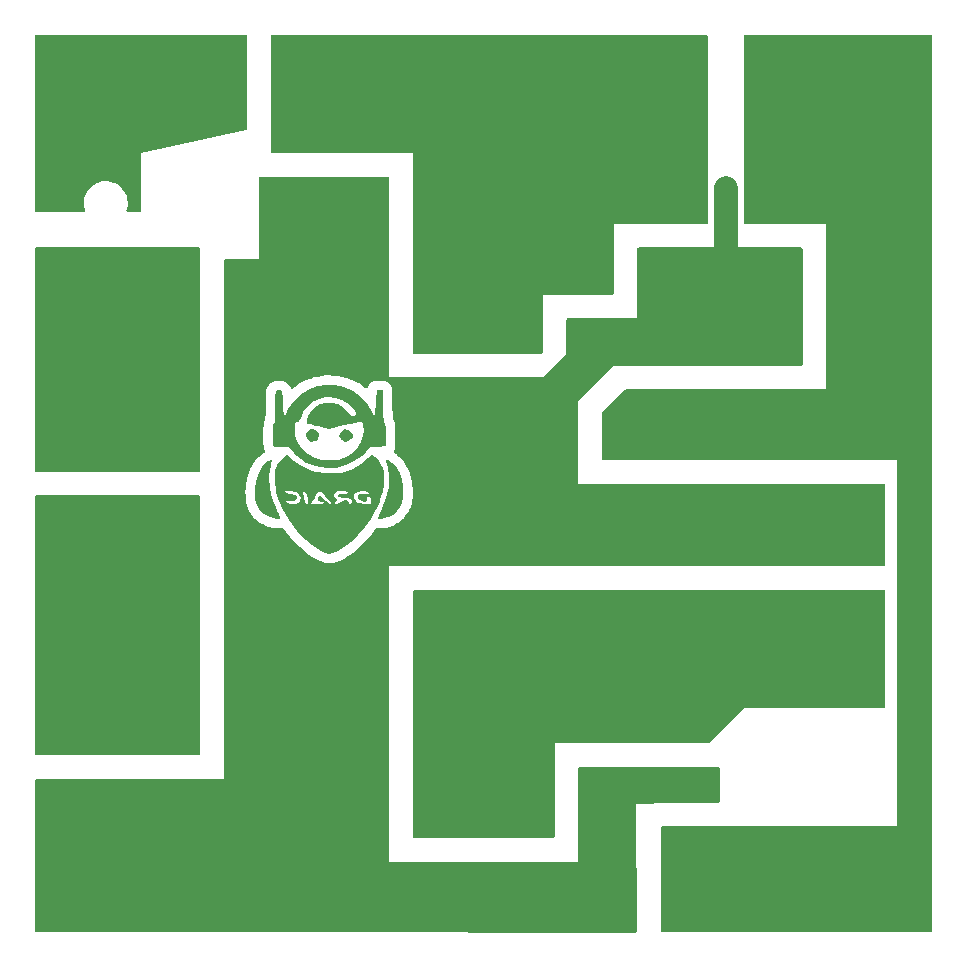
<source format=gbr>
%TF.GenerationSoftware,KiCad,Pcbnew,(6.0.4)*%
%TF.CreationDate,2022-09-19T22:09:22+05:30*%
%TF.ProjectId,fullsupply,66756c6c-7375-4707-906c-792e6b696361,rev?*%
%TF.SameCoordinates,Original*%
%TF.FileFunction,Copper,L2,Bot*%
%TF.FilePolarity,Positive*%
%FSLAX46Y46*%
G04 Gerber Fmt 4.6, Leading zero omitted, Abs format (unit mm)*
G04 Created by KiCad (PCBNEW (6.0.4)) date 2022-09-19 22:09:22*
%MOMM*%
%LPD*%
G01*
G04 APERTURE LIST*
G04 Aperture macros list*
%AMRoundRect*
0 Rectangle with rounded corners*
0 $1 Rounding radius*
0 $2 $3 $4 $5 $6 $7 $8 $9 X,Y pos of 4 corners*
0 Add a 4 corners polygon primitive as box body*
4,1,4,$2,$3,$4,$5,$6,$7,$8,$9,$2,$3,0*
0 Add four circle primitives for the rounded corners*
1,1,$1+$1,$2,$3*
1,1,$1+$1,$4,$5*
1,1,$1+$1,$6,$7*
1,1,$1+$1,$8,$9*
0 Add four rect primitives between the rounded corners*
20,1,$1+$1,$2,$3,$4,$5,0*
20,1,$1+$1,$4,$5,$6,$7,0*
20,1,$1+$1,$6,$7,$8,$9,0*
20,1,$1+$1,$8,$9,$2,$3,0*%
G04 Aperture macros list end*
%TA.AperFunction,ComponentPad*%
%ADD10C,1.600000*%
%TD*%
%TA.AperFunction,ComponentPad*%
%ADD11R,1.700000X1.700000*%
%TD*%
%TA.AperFunction,ComponentPad*%
%ADD12O,1.700000X1.700000*%
%TD*%
%TA.AperFunction,ComponentPad*%
%ADD13R,2.200000X2.200000*%
%TD*%
%TA.AperFunction,ComponentPad*%
%ADD14O,2.200000X2.200000*%
%TD*%
%TA.AperFunction,ComponentPad*%
%ADD15C,2.000000*%
%TD*%
%TA.AperFunction,SMDPad,CuDef*%
%ADD16R,10.000000X10.000000*%
%TD*%
%TA.AperFunction,ComponentPad*%
%ADD17C,3.000000*%
%TD*%
%TA.AperFunction,ComponentPad*%
%ADD18RoundRect,1.000000X2.500000X-1.000000X2.500000X1.000000X-2.500000X1.000000X-2.500000X-1.000000X0*%
%TD*%
%TA.AperFunction,SMDPad,CuDef*%
%ADD19R,10.000000X13.000000*%
%TD*%
%TA.AperFunction,ComponentPad*%
%ADD20R,1.905000X2.000000*%
%TD*%
%TA.AperFunction,ComponentPad*%
%ADD21O,1.905000X2.000000*%
%TD*%
%TA.AperFunction,Conductor*%
%ADD22C,2.000000*%
%TD*%
G04 APERTURE END LIST*
%TO.C,Buck Converter*%
G36*
X107901719Y-113030547D02*
G01*
X108088889Y-113122044D01*
X108098935Y-113128018D01*
X108378100Y-113365264D01*
X108654014Y-113717855D01*
X108893556Y-114136522D01*
X109063607Y-114571998D01*
X109085187Y-114651836D01*
X109167940Y-115131588D01*
X109199717Y-115665711D01*
X109179080Y-116182732D01*
X109104594Y-116611174D01*
X108943203Y-116966914D01*
X108664671Y-117335230D01*
X108323229Y-117644184D01*
X107967989Y-117840653D01*
X107898058Y-117864145D01*
X107597469Y-117938979D01*
X107329680Y-117969407D01*
X107137566Y-117953180D01*
X107064000Y-117888052D01*
X107066519Y-117870940D01*
X107117959Y-117723560D01*
X107222121Y-117478687D01*
X107361022Y-117179235D01*
X107407371Y-117081019D01*
X107751604Y-116175429D01*
X107943161Y-115282951D01*
X107979944Y-114418654D01*
X107859854Y-113597611D01*
X107799335Y-113325920D01*
X107766379Y-113110386D01*
X107771199Y-113010578D01*
X107782458Y-113005062D01*
X107901719Y-113030547D01*
G37*
G36*
X106836176Y-117306587D02*
G01*
X106426452Y-118000735D01*
X105930792Y-118686440D01*
X105376733Y-119333145D01*
X104791813Y-119910293D01*
X104203570Y-120387325D01*
X103639543Y-120733684D01*
X103476184Y-120806771D01*
X103184279Y-120904411D01*
X102954566Y-120942667D01*
X102781836Y-120923491D01*
X102394364Y-120790056D01*
X101942770Y-120541135D01*
X101450409Y-120190534D01*
X100940640Y-119752063D01*
X100213503Y-119004861D01*
X99485176Y-118066891D01*
X98918029Y-117088787D01*
X98514558Y-116074334D01*
X98498423Y-116020876D01*
X98423191Y-115680662D01*
X99115608Y-115680662D01*
X99161336Y-115748668D01*
X99326373Y-115816368D01*
X99596789Y-115864821D01*
X99741921Y-115882870D01*
X100030116Y-115956753D01*
X100174759Y-116075403D01*
X100192773Y-116249751D01*
X100140673Y-116341437D01*
X99957037Y-116451783D01*
X99696078Y-116510531D01*
X99412509Y-116500123D01*
X99293593Y-116481775D01*
X99223572Y-116497751D01*
X99274710Y-116582385D01*
X99281279Y-116589685D01*
X99447415Y-116668189D01*
X99708977Y-116702040D01*
X100001883Y-116688489D01*
X100262054Y-116624783D01*
X100300544Y-116607366D01*
X100473725Y-116441230D01*
X100508380Y-116211623D01*
X100396486Y-115958326D01*
X100357473Y-115910148D01*
X100148900Y-115750529D01*
X99887727Y-115670067D01*
X100735112Y-115670067D01*
X100737367Y-115816370D01*
X100775245Y-116076744D01*
X100800678Y-116211623D01*
X100850623Y-116476500D01*
X100914964Y-116634769D01*
X101026674Y-116709334D01*
X101392949Y-116709334D01*
X101989805Y-116709334D01*
X102285359Y-116700742D01*
X102486780Y-116671805D01*
X102534333Y-116624667D01*
X102483781Y-116580509D01*
X102324594Y-116540000D01*
X102317260Y-116539986D01*
X102068390Y-116509179D01*
X101967477Y-116411763D01*
X102002648Y-116236549D01*
X102094098Y-116085280D01*
X102198968Y-116050900D01*
X102343090Y-116143798D01*
X102553975Y-116370667D01*
X102669130Y-116492083D01*
X102863610Y-116648241D01*
X103011861Y-116709334D01*
X103018266Y-116709245D01*
X103074155Y-116682594D01*
X103045415Y-116594899D01*
X102920474Y-116426462D01*
X102687764Y-116157589D01*
X102591473Y-116052304D01*
X102587807Y-116048635D01*
X103292361Y-116048635D01*
X103422768Y-116217901D01*
X103463064Y-116251809D01*
X103559851Y-116375798D01*
X103521553Y-116475647D01*
X103453523Y-116558070D01*
X103441579Y-116669137D01*
X103487766Y-116682594D01*
X103579544Y-116709334D01*
X103717784Y-116668585D01*
X103889000Y-116540000D01*
X104043868Y-116430679D01*
X104277417Y-116370667D01*
X104448364Y-116401450D01*
X104566333Y-116540000D01*
X104611565Y-116637001D01*
X104723457Y-116714467D01*
X104820566Y-116656763D01*
X104847124Y-116476500D01*
X104839461Y-116418563D01*
X104805194Y-116318642D01*
X104717504Y-116260545D01*
X104537844Y-116227150D01*
X104227666Y-116201334D01*
X104106502Y-116191818D01*
X103826000Y-116156068D01*
X103678111Y-116105447D01*
X103635000Y-116032000D01*
X103635645Y-116021017D01*
X103675521Y-115971440D01*
X105044650Y-115971440D01*
X105060228Y-116215426D01*
X105190020Y-116462387D01*
X105202685Y-116476500D01*
X105236993Y-116514732D01*
X105374171Y-116607324D01*
X105581973Y-116661574D01*
X105909687Y-116693297D01*
X106049342Y-116701955D01*
X106290682Y-116709985D01*
X106416252Y-116689438D01*
X106463865Y-116628275D01*
X106471333Y-116514455D01*
X106458830Y-116328186D01*
X106384216Y-116109508D01*
X106250608Y-116032000D01*
X106174418Y-116076851D01*
X106132666Y-116238670D01*
X106113101Y-116381146D01*
X106045934Y-116498944D01*
X105944563Y-116527232D01*
X105726137Y-116499836D01*
X105506319Y-116406631D01*
X105364087Y-116273706D01*
X105321332Y-116159036D01*
X105363798Y-115995853D01*
X105560884Y-115895563D01*
X105910200Y-115859974D01*
X106106654Y-115857041D01*
X106246807Y-115842005D01*
X106261200Y-115802674D01*
X106175000Y-115726347D01*
X106153589Y-115711720D01*
X105934926Y-115646801D01*
X105644651Y-115640945D01*
X105357042Y-115689666D01*
X105146375Y-115788478D01*
X105044650Y-115971440D01*
X103675521Y-115971440D01*
X103694759Y-115947522D01*
X103868963Y-115896632D01*
X104185333Y-115859878D01*
X104268670Y-115852967D01*
X104519856Y-115828245D01*
X104627843Y-115803039D01*
X104613407Y-115767483D01*
X104497321Y-115711712D01*
X104211712Y-115627864D01*
X103910556Y-115611830D01*
X103640373Y-115658924D01*
X103428833Y-115756113D01*
X103303606Y-115890361D01*
X103292361Y-116048635D01*
X102587807Y-116048635D01*
X102367613Y-115828281D01*
X102188814Y-115677607D01*
X102087021Y-115628423D01*
X102083093Y-115629517D01*
X101986895Y-115718643D01*
X101844656Y-115915614D01*
X101685662Y-116180167D01*
X101478864Y-116554017D01*
X101392949Y-116709334D01*
X101026674Y-116709334D01*
X101034709Y-116709191D01*
X101105653Y-116675052D01*
X101123924Y-116554017D01*
X101096257Y-116307167D01*
X101018767Y-115935569D01*
X100913070Y-115691628D01*
X100786265Y-115608667D01*
X100766601Y-115612528D01*
X100735112Y-115670067D01*
X99887727Y-115670067D01*
X99846738Y-115657439D01*
X99415778Y-115618684D01*
X99203117Y-115631290D01*
X99115608Y-115680662D01*
X98423191Y-115680662D01*
X98381087Y-115490261D01*
X98320099Y-114923279D01*
X98316084Y-114368718D01*
X98369668Y-113875363D01*
X98481475Y-113492000D01*
X98612596Y-113267062D01*
X98803288Y-113018480D01*
X99014118Y-112791013D01*
X99207647Y-112624972D01*
X99346439Y-112560667D01*
X99371085Y-112569258D01*
X99493942Y-112662802D01*
X99660993Y-112826165D01*
X99968944Y-113104139D01*
X100430058Y-113426209D01*
X100946786Y-113713762D01*
X101459876Y-113930425D01*
X101911369Y-114046546D01*
X102551950Y-114123927D01*
X103229053Y-114129826D01*
X103879304Y-114064304D01*
X104439333Y-113927427D01*
X104898732Y-113735458D01*
X105581581Y-113342367D01*
X106208429Y-112854972D01*
X106532809Y-112561914D01*
X106818023Y-112754120D01*
X106934381Y-112851283D01*
X107151773Y-113106399D01*
X107341284Y-113411788D01*
X107454324Y-113652595D01*
X107533192Y-113901674D01*
X107570746Y-114185360D01*
X107580854Y-114570744D01*
X107555941Y-115100915D01*
X107453550Y-115704372D01*
X107260707Y-116335646D01*
X107186064Y-116514455D01*
X106965351Y-117043175D01*
X106836176Y-117306587D01*
G37*
G36*
X104546492Y-110433978D02*
G01*
X104799166Y-110626323D01*
X104799744Y-110627007D01*
X104927514Y-110839404D01*
X104908823Y-111033256D01*
X104739515Y-111252182D01*
X104739347Y-111252350D01*
X104496082Y-111424654D01*
X104254408Y-111434960D01*
X103985085Y-111284522D01*
X103921117Y-111228577D01*
X103779702Y-110997373D01*
X103803113Y-110756960D01*
X103991169Y-110530026D01*
X104266477Y-110401698D01*
X104546492Y-110433978D01*
G37*
G36*
X107723241Y-110962997D02*
G01*
X107699000Y-111841000D01*
X107021666Y-111865552D01*
X106344333Y-111890104D01*
X106005666Y-112300133D01*
X105666280Y-112657813D01*
X105040033Y-113122632D01*
X104316997Y-113459213D01*
X103515876Y-113657357D01*
X102916545Y-113695088D01*
X102166405Y-113620770D01*
X101433626Y-113428127D01*
X100779345Y-113128962D01*
X100766614Y-113121372D01*
X100520486Y-112944412D01*
X100228387Y-112693941D01*
X99950813Y-112421611D01*
X99486333Y-111927609D01*
X98879755Y-111926638D01*
X98857023Y-111926552D01*
X98551485Y-111915492D01*
X98316896Y-111889674D01*
X98202421Y-111854346D01*
X98167878Y-111741809D01*
X98145816Y-111506788D01*
X98136299Y-111191743D01*
X98138428Y-110838209D01*
X98151303Y-110487719D01*
X98160567Y-110362990D01*
X99997106Y-110362990D01*
X100053608Y-110970691D01*
X100263184Y-111538889D01*
X100613842Y-112048706D01*
X101093589Y-112481265D01*
X101690433Y-112817688D01*
X101802908Y-112861419D01*
X102268574Y-112977218D01*
X102799899Y-113035264D01*
X103323997Y-113030624D01*
X103767982Y-112958360D01*
X103866198Y-112928183D01*
X104337874Y-112728247D01*
X104782466Y-112460466D01*
X105129164Y-112166054D01*
X105326695Y-111920718D01*
X105587779Y-111462463D01*
X105767987Y-110965509D01*
X105851165Y-110479188D01*
X105821161Y-110052832D01*
X105813573Y-110020047D01*
X105788893Y-109905870D01*
X105757826Y-109825593D01*
X105697623Y-109779394D01*
X105585530Y-109767449D01*
X105398797Y-109789936D01*
X105114672Y-109847034D01*
X104710403Y-109938919D01*
X104163240Y-110065769D01*
X102913480Y-110353947D01*
X102014189Y-110150689D01*
X101715051Y-110079644D01*
X101385600Y-109992260D01*
X101146301Y-109917891D01*
X101034930Y-109867463D01*
X101001651Y-109790448D01*
X101019595Y-109583577D01*
X101110601Y-109312981D01*
X101258051Y-109023504D01*
X101445327Y-108759992D01*
X101713203Y-108509878D01*
X102160643Y-108266826D01*
X102660021Y-108148621D01*
X103176570Y-108153732D01*
X103675522Y-108280630D01*
X104122110Y-108527783D01*
X104481567Y-108893660D01*
X104682220Y-109117328D01*
X104888364Y-109244106D01*
X105054169Y-109257425D01*
X105151940Y-109166552D01*
X105153980Y-108980752D01*
X105032593Y-108709293D01*
X104856350Y-108480405D01*
X104466563Y-108151397D01*
X103983892Y-107888085D01*
X103453886Y-107713332D01*
X102922097Y-107650000D01*
X102609816Y-107669627D01*
X102019349Y-107817113D01*
X101488056Y-108092609D01*
X101041608Y-108476550D01*
X100705679Y-108949369D01*
X100505938Y-109491500D01*
X100486636Y-109569250D01*
X100402110Y-109724425D01*
X100253399Y-109766667D01*
X100214858Y-109767884D01*
X100111043Y-109805389D01*
X100051752Y-109927046D01*
X100011845Y-110175397D01*
X99997106Y-110362990D01*
X98160567Y-110362990D01*
X98174024Y-110181809D01*
X98205692Y-109962013D01*
X98245408Y-109869864D01*
X98252631Y-109865971D01*
X98293436Y-109763821D01*
X98321656Y-109522211D01*
X98338039Y-109131289D01*
X98343333Y-108581203D01*
X98343949Y-108385666D01*
X98349909Y-107951230D01*
X98361190Y-107584844D01*
X98376545Y-107320268D01*
X98394725Y-107191258D01*
X98427947Y-107140610D01*
X98582098Y-107067698D01*
X98770867Y-107073683D01*
X98909836Y-107163167D01*
X98913831Y-107171032D01*
X98943030Y-107313454D01*
X98972748Y-107584420D01*
X98999716Y-107948350D01*
X99020666Y-108369667D01*
X99063000Y-109470334D01*
X99335208Y-108895650D01*
X99459287Y-108654941D01*
X99914058Y-108001454D01*
X100480055Y-107456363D01*
X101135835Y-107037773D01*
X101859960Y-106763786D01*
X101863940Y-106762752D01*
X102665984Y-106634511D01*
X103454219Y-106660041D01*
X104208181Y-106830391D01*
X104907402Y-107136610D01*
X105531417Y-107569745D01*
X106059758Y-108120846D01*
X106471959Y-108780960D01*
X106625589Y-109091769D01*
X106726940Y-109278543D01*
X106783605Y-109343822D01*
X106809759Y-109303632D01*
X106819575Y-109174000D01*
X106824683Y-109058550D01*
X106839564Y-108768642D01*
X106860239Y-108394614D01*
X106883875Y-107988667D01*
X106937000Y-107099667D01*
X107445000Y-107099667D01*
X107468406Y-108397231D01*
X107477699Y-108795775D01*
X107496988Y-109239154D01*
X107525476Y-109553505D01*
X107565562Y-109762522D01*
X107619647Y-109889894D01*
X107674835Y-110009727D01*
X107713437Y-110213926D01*
X107726473Y-110479188D01*
X107728513Y-110520702D01*
X107723241Y-110962997D01*
G37*
G36*
X98064718Y-113016242D02*
G01*
X98064196Y-113122277D01*
X98026978Y-113343477D01*
X97960575Y-113634535D01*
X97949922Y-113677793D01*
X97843059Y-114483208D01*
X97895928Y-115340606D01*
X98108119Y-116247167D01*
X98479221Y-117200067D01*
X98517446Y-117283517D01*
X98644369Y-117571943D01*
X98733209Y-117791779D01*
X98766666Y-117900850D01*
X98766385Y-117905954D01*
X98684920Y-117964973D01*
X98488499Y-117974393D01*
X98220688Y-117936634D01*
X97925051Y-117854116D01*
X97559891Y-117691034D01*
X97142991Y-117371514D01*
X96851633Y-116946212D01*
X96681646Y-116408359D01*
X96628855Y-115751183D01*
X96637795Y-115496177D01*
X96724056Y-114860681D01*
X96891536Y-114274936D01*
X97127794Y-113768100D01*
X97420384Y-113369333D01*
X97756865Y-113107795D01*
X97789100Y-113091604D01*
X97967761Y-113020587D01*
X98063347Y-113014458D01*
X98064718Y-113016242D01*
G37*
G36*
X101700470Y-110444000D02*
G01*
X101875269Y-110566217D01*
X102009270Y-110706062D01*
X102025198Y-110735111D01*
X102055162Y-110962115D01*
X101970351Y-111193906D01*
X101795340Y-111355844D01*
X101633413Y-111421570D01*
X101390294Y-111439470D01*
X101151541Y-111324955D01*
X101150976Y-111324559D01*
X101001556Y-111129094D01*
X100971197Y-110878484D01*
X101053776Y-110631437D01*
X101243166Y-110446660D01*
X101369286Y-110383483D01*
X101520520Y-110364235D01*
X101700470Y-110444000D01*
G37*
%TD*%
D10*
%TO.P,C2,1*%
%TO.N,5V*%
X146500000Y-97000000D03*
%TO.P,C2,2*%
%TO.N,GND*%
X141500000Y-97000000D03*
%TD*%
D11*
%TO.P,J4,1,Pin_1*%
%TO.N,GND*%
X128840000Y-118000000D03*
D12*
%TO.P,J4,2,Pin_2*%
X131380000Y-118000000D03*
%TO.P,J4,3,Pin_3*%
X133920000Y-118000000D03*
%TO.P,J4,4,Pin_4*%
X136460000Y-118000000D03*
%TO.P,J4,5,Pin_5*%
X139000000Y-118000000D03*
%TO.P,J4,6,Pin_6*%
X141540000Y-118000000D03*
%TO.P,J4,7,Pin_7*%
X144080000Y-118000000D03*
%TO.P,J4,8,Pin_8*%
X146620000Y-118000000D03*
%TD*%
D13*
%TO.P,D1,1,K*%
%TO.N,MVCC*%
X104350000Y-81000000D03*
D14*
%TO.P,D1,2,A*%
%TO.N,Net-(D1-Pad2)*%
X91650000Y-81000000D03*
%TD*%
D11*
%TO.P,J3,1,Pin_1*%
%TO.N,VCC12+*%
X128975000Y-128000000D03*
D12*
%TO.P,J3,2,Pin_2*%
X131515000Y-128000000D03*
%TO.P,J3,3,Pin_3*%
X134055000Y-128000000D03*
%TO.P,J3,4,Pin_4*%
X136595000Y-128000000D03*
%TO.P,J3,5,Pin_5*%
X139135000Y-128000000D03*
%TO.P,J3,6,Pin_6*%
X141675000Y-128000000D03*
%TO.P,J3,7,Pin_7*%
X144215000Y-128000000D03*
%TO.P,J3,8,Pin_8*%
X146755000Y-128000000D03*
%TD*%
D15*
%TO.P,U3,1,VCC*%
%TO.N,5V*%
X133375000Y-145850000D03*
%TO.P,U3,2,GND*%
%TO.N,GND*%
X133375000Y-140770000D03*
%TO.P,U3,3,VIN*%
%TO.N,VCC12+*%
X133375000Y-135690000D03*
%TD*%
D10*
%TO.P,C1,1*%
%TO.N,MVCC*%
X125500000Y-97000000D03*
%TO.P,C1,2*%
%TO.N,GND*%
X130500000Y-97000000D03*
%TD*%
D11*
%TO.P,J2,1,Pin_1*%
%TO.N,5V*%
X129125000Y-110000000D03*
D12*
%TO.P,J2,2,Pin_2*%
X131665000Y-110000000D03*
%TO.P,J2,3,Pin_3*%
X134205000Y-110000000D03*
%TO.P,J2,4,Pin_4*%
X136745000Y-110000000D03*
%TO.P,J2,5,Pin_5*%
X139285000Y-110000000D03*
%TO.P,J2,6,Pin_6*%
X141825000Y-110000000D03*
%TO.P,J2,7,Pin_7*%
X144365000Y-110000000D03*
%TO.P,J2,8,Pin_8*%
X146905000Y-110000000D03*
%TD*%
D16*
%TO.P,J1,1,Pin_1*%
%TO.N,Net-(J1-Pad1)*%
X85000000Y-132500000D03*
%TO.P,J1,2,Pin_2*%
%TO.N,GND*%
X85000000Y-145500000D03*
%TD*%
D17*
%TO.P,F1,1*%
%TO.N,Net-(D1-Pad2)*%
X84000000Y-80000000D03*
%TO.P,F1,2*%
%TO.N,Net-(F1-Pad2)*%
X84000000Y-102500000D03*
%TD*%
D18*
%TO.P,SW1,1*%
%TO.N,Net-(J1-Pad1)*%
X85000000Y-119000000D03*
%TO.P,SW1,2*%
%TO.N,Net-(F1-Pad2)*%
X85000000Y-111500000D03*
%TD*%
D19*
%TO.P,U2,1*%
%TO.N,MVCC*%
X116000000Y-96500000D03*
%TO.P,U2,2*%
%TO.N,GND*%
X103000000Y-96500000D03*
%TO.P,U2,3*%
%TO.N,VCC12+*%
X116000000Y-136500000D03*
%TO.P,U2,4*%
%TO.N,GND*%
X103000000Y-136500000D03*
%TD*%
D20*
%TO.P,U1,1,VI*%
%TO.N,MVCC*%
X133960000Y-89945000D03*
D21*
%TO.P,U1,2,GND*%
%TO.N,GND*%
X136500000Y-89945000D03*
%TO.P,U1,3,VO*%
%TO.N,5V*%
X139040000Y-89945000D03*
%TD*%
D22*
%TO.N,GND*%
X136500000Y-89945000D02*
X136500000Y-96500000D01*
X136000000Y-97000000D02*
X130500000Y-97000000D01*
X136500000Y-96500000D02*
X136000000Y-97000000D01*
%TD*%
%TA.AperFunction,Conductor*%
%TO.N,MVCC*%
G36*
X134942121Y-77020002D02*
G01*
X134988614Y-77073658D01*
X135000000Y-77126000D01*
X135000000Y-89755474D01*
X134998161Y-89776920D01*
X134992821Y-89807836D01*
X134991500Y-89836925D01*
X134991500Y-92874000D01*
X134971498Y-92942121D01*
X134917842Y-92988614D01*
X134865500Y-93000000D01*
X127000000Y-93000000D01*
X127000000Y-98874000D01*
X126979998Y-98942121D01*
X126926342Y-98988614D01*
X126874000Y-99000000D01*
X121000000Y-99000000D01*
X121000000Y-103874000D01*
X120979998Y-103942121D01*
X120926342Y-103988614D01*
X120874000Y-104000000D01*
X110126000Y-104000000D01*
X110057879Y-103979998D01*
X110011386Y-103926342D01*
X110000000Y-103874000D01*
X110000000Y-87000000D01*
X98126000Y-87000000D01*
X98057879Y-86979998D01*
X98011386Y-86926342D01*
X98000000Y-86874000D01*
X98000000Y-77126000D01*
X98020002Y-77057879D01*
X98073658Y-77011386D01*
X98126000Y-77000000D01*
X134874000Y-77000000D01*
X134942121Y-77020002D01*
G37*
%TD.AperFunction*%
%TD*%
%TA.AperFunction,Conductor*%
%TO.N,VCC12+*%
G36*
X149942121Y-124020002D02*
G01*
X149988614Y-124073658D01*
X150000000Y-124126000D01*
X150000000Y-133874000D01*
X149979998Y-133942121D01*
X149926342Y-133988614D01*
X149874000Y-134000000D01*
X138000000Y-134000000D01*
X135036905Y-136963095D01*
X134974593Y-136997121D01*
X134947810Y-137000000D01*
X122000000Y-137000000D01*
X122000000Y-144874000D01*
X121979998Y-144942121D01*
X121926342Y-144988614D01*
X121874000Y-145000000D01*
X110126000Y-145000000D01*
X110057879Y-144979998D01*
X110011386Y-144926342D01*
X110000000Y-144874000D01*
X110000000Y-124126000D01*
X110020002Y-124057879D01*
X110073658Y-124011386D01*
X110126000Y-124000000D01*
X149874000Y-124000000D01*
X149942121Y-124020002D01*
G37*
%TD.AperFunction*%
%TD*%
%TA.AperFunction,Conductor*%
%TO.N,Net-(D1-Pad2)*%
G36*
X95942121Y-77020002D02*
G01*
X95988614Y-77073658D01*
X96000000Y-77126000D01*
X96000000Y-84898926D01*
X95979998Y-84967047D01*
X95926342Y-85013540D01*
X95901333Y-85021926D01*
X87017684Y-86996070D01*
X87017683Y-86996070D01*
X87000000Y-87000000D01*
X87000000Y-91874000D01*
X86979998Y-91942121D01*
X86926342Y-91988614D01*
X86874000Y-92000000D01*
X85884337Y-92000000D01*
X85816216Y-91979998D01*
X85769723Y-91926342D01*
X85759619Y-91856068D01*
X85765528Y-91832044D01*
X85765781Y-91831329D01*
X85797425Y-91741720D01*
X85849581Y-91477100D01*
X85858782Y-91292277D01*
X85862764Y-91212292D01*
X85862764Y-91212286D01*
X85862991Y-91207723D01*
X85837375Y-90939231D01*
X85792042Y-90753967D01*
X85774355Y-90681688D01*
X85773269Y-90677250D01*
X85672015Y-90427267D01*
X85535735Y-90194518D01*
X85417928Y-90047208D01*
X85370136Y-89987447D01*
X85370135Y-89987445D01*
X85367284Y-89983881D01*
X85170191Y-89799766D01*
X84948584Y-89646032D01*
X84944501Y-89644001D01*
X84944498Y-89643999D01*
X84779606Y-89561967D01*
X84707106Y-89525899D01*
X84702772Y-89524478D01*
X84702769Y-89524477D01*
X84455147Y-89443302D01*
X84455141Y-89443301D01*
X84450814Y-89441882D01*
X84446322Y-89441102D01*
X84188860Y-89396399D01*
X84188852Y-89396398D01*
X84185079Y-89395743D01*
X84173817Y-89395182D01*
X84101422Y-89391578D01*
X84101414Y-89391578D01*
X84099851Y-89391500D01*
X83931488Y-89391500D01*
X83929220Y-89391665D01*
X83929208Y-89391665D01*
X83798116Y-89401177D01*
X83730996Y-89406047D01*
X83726541Y-89407031D01*
X83726538Y-89407031D01*
X83472088Y-89463209D01*
X83472084Y-89463210D01*
X83467628Y-89464194D01*
X83341520Y-89511972D01*
X83219682Y-89558132D01*
X83219679Y-89558133D01*
X83215412Y-89559750D01*
X83211421Y-89561967D01*
X82985001Y-89687732D01*
X82979632Y-89690714D01*
X82765227Y-89854343D01*
X82576688Y-90047208D01*
X82417966Y-90265270D01*
X82415844Y-90269304D01*
X82294510Y-90499921D01*
X82294507Y-90499927D01*
X82292385Y-90503961D01*
X82290865Y-90508266D01*
X82290863Y-90508270D01*
X82212400Y-90730459D01*
X82202575Y-90758280D01*
X82150419Y-91022900D01*
X82150192Y-91027453D01*
X82150192Y-91027456D01*
X82140991Y-91212292D01*
X82137009Y-91292277D01*
X82162625Y-91560769D01*
X82163710Y-91565203D01*
X82163711Y-91565209D01*
X82210558Y-91756657D01*
X82226731Y-91822750D01*
X82228445Y-91826981D01*
X82229849Y-91831329D01*
X82228822Y-91831661D01*
X82235366Y-91897337D01*
X82203093Y-91960574D01*
X82141755Y-91996325D01*
X82111546Y-92000000D01*
X78126000Y-92000000D01*
X78057879Y-91979998D01*
X78011386Y-91926342D01*
X78000000Y-91874000D01*
X78000000Y-77126000D01*
X78020002Y-77057879D01*
X78073658Y-77011386D01*
X78126000Y-77000000D01*
X95874000Y-77000000D01*
X95942121Y-77020002D01*
G37*
%TD.AperFunction*%
%TD*%
%TA.AperFunction,Conductor*%
%TO.N,GND*%
G36*
X107942121Y-89020002D02*
G01*
X107988614Y-89073658D01*
X108000000Y-89126000D01*
X108000000Y-106000000D01*
X121000000Y-106000000D01*
X123000000Y-104000000D01*
X123000000Y-101126000D01*
X123020002Y-101057879D01*
X123073658Y-101011386D01*
X123126000Y-101000000D01*
X129000000Y-101000000D01*
X129000000Y-95126000D01*
X129020002Y-95057879D01*
X129073658Y-95011386D01*
X129126000Y-95000000D01*
X142874000Y-95000000D01*
X142942121Y-95020002D01*
X142988614Y-95073658D01*
X143000000Y-95126000D01*
X143000000Y-104874000D01*
X142979998Y-104942121D01*
X142926342Y-104988614D01*
X142874000Y-105000000D01*
X127000000Y-105000000D01*
X124000000Y-108000000D01*
X124000000Y-115000000D01*
X149874000Y-115000000D01*
X149942121Y-115020002D01*
X149988614Y-115073658D01*
X150000000Y-115126000D01*
X150000000Y-121874000D01*
X149979998Y-121942121D01*
X149926342Y-121988614D01*
X149874000Y-122000000D01*
X108000000Y-122000000D01*
X108000000Y-147000000D01*
X124000000Y-147000000D01*
X124000000Y-139126000D01*
X124020002Y-139057879D01*
X124073658Y-139011386D01*
X124126000Y-139000000D01*
X135873124Y-139000000D01*
X135941245Y-139020002D01*
X135987738Y-139073658D01*
X135999121Y-139126872D01*
X135993111Y-139994135D01*
X135979863Y-141905753D01*
X135959389Y-141973734D01*
X135905413Y-142019854D01*
X135855104Y-142030874D01*
X131790359Y-142070752D01*
X128952920Y-142098590D01*
X128952919Y-142098590D01*
X128934806Y-142098768D01*
X128934886Y-142112189D01*
X128934886Y-142112190D01*
X128999311Y-152885655D01*
X128979716Y-152953894D01*
X128926340Y-153000707D01*
X128874508Y-153012402D01*
X124076576Y-153057890D01*
X124074927Y-153057895D01*
X121435736Y-153048390D01*
X108000000Y-153000000D01*
X78126000Y-153000000D01*
X78057879Y-152979998D01*
X78011386Y-152926342D01*
X78000000Y-152874000D01*
X78000000Y-140126000D01*
X78020002Y-140057879D01*
X78073658Y-140011386D01*
X78126000Y-140000000D01*
X94000000Y-140000000D01*
X94000000Y-115764727D01*
X95826864Y-115764727D01*
X95829792Y-115801175D01*
X95837538Y-115902023D01*
X95837899Y-115903190D01*
X95838116Y-115904792D01*
X95878543Y-116408050D01*
X95879115Y-116415168D01*
X95879404Y-116430664D01*
X95877984Y-116463697D01*
X95886242Y-116508961D01*
X95887061Y-116514096D01*
X95887332Y-116517467D01*
X95888004Y-116520925D01*
X95888004Y-116520927D01*
X95894793Y-116555873D01*
X95895056Y-116557271D01*
X95903076Y-116601234D01*
X95904100Y-116604474D01*
X95905198Y-116609444D01*
X95912913Y-116649158D01*
X95928887Y-116685387D01*
X95933734Y-116698238D01*
X96080489Y-117162587D01*
X96082380Y-117169193D01*
X96098638Y-117232452D01*
X96101858Y-117238713D01*
X96101858Y-117238714D01*
X96127590Y-117288754D01*
X96130697Y-117295247D01*
X96156389Y-117353116D01*
X96160605Y-117358764D01*
X96199519Y-117410897D01*
X96202494Y-117415057D01*
X96473221Y-117810243D01*
X96475502Y-117813691D01*
X96516355Y-117877738D01*
X96521361Y-117882686D01*
X96521365Y-117882691D01*
X96554213Y-117915158D01*
X96560989Y-117922404D01*
X96595797Y-117962710D01*
X96601468Y-117966889D01*
X96601469Y-117966890D01*
X96662973Y-118012212D01*
X96664855Y-118013626D01*
X97001694Y-118271786D01*
X97030238Y-118293663D01*
X97041222Y-118303133D01*
X97062588Y-118323814D01*
X97062591Y-118323816D01*
X97067648Y-118328711D01*
X97106827Y-118352499D01*
X97107948Y-118353221D01*
X97108781Y-118353860D01*
X97145615Y-118376051D01*
X97187151Y-118401271D01*
X97188104Y-118401697D01*
X97189261Y-118402348D01*
X97217649Y-118419451D01*
X97217663Y-118419458D01*
X97223691Y-118423089D01*
X97230379Y-118425297D01*
X97230380Y-118425297D01*
X97264823Y-118436666D01*
X97276708Y-118441268D01*
X97462307Y-118524157D01*
X97517017Y-118548591D01*
X97526568Y-118553380D01*
X97532104Y-118557343D01*
X97538597Y-118560072D01*
X97538601Y-118560074D01*
X97607299Y-118588945D01*
X97609763Y-118590012D01*
X97639850Y-118603449D01*
X97643195Y-118604514D01*
X97645731Y-118605481D01*
X97653153Y-118608216D01*
X97657342Y-118609977D01*
X97657356Y-118609982D01*
X97660992Y-118611510D01*
X97682449Y-118617499D01*
X97692534Y-118620314D01*
X97696895Y-118621617D01*
X97760961Y-118642021D01*
X97760966Y-118642022D01*
X97767676Y-118644159D01*
X97774695Y-118644756D01*
X97781606Y-118646133D01*
X97781557Y-118646377D01*
X97793871Y-118648599D01*
X97919228Y-118683588D01*
X97921927Y-118684497D01*
X97923809Y-118685499D01*
X97929505Y-118687049D01*
X97929519Y-118687054D01*
X98014408Y-118710158D01*
X98015090Y-118710346D01*
X98048971Y-118719802D01*
X98050646Y-118720073D01*
X98052690Y-118720575D01*
X98058710Y-118722214D01*
X98062638Y-118722768D01*
X98062639Y-118722768D01*
X98097395Y-118727668D01*
X98099940Y-118728053D01*
X98174447Y-118740115D01*
X98174452Y-118740115D01*
X98181400Y-118741240D01*
X98187684Y-118740844D01*
X98197317Y-118741756D01*
X98238767Y-118747600D01*
X98302421Y-118756575D01*
X98322200Y-118761011D01*
X98330072Y-118763456D01*
X98330074Y-118763456D01*
X98336802Y-118765546D01*
X98362910Y-118767580D01*
X98398248Y-118770333D01*
X98406048Y-118771185D01*
X98408567Y-118771540D01*
X98421454Y-118773357D01*
X98431905Y-118773654D01*
X98442914Y-118773966D01*
X98449124Y-118774296D01*
X98472231Y-118776096D01*
X98472234Y-118776096D01*
X98476187Y-118776404D01*
X98490968Y-118775695D01*
X98500555Y-118775601D01*
X98555553Y-118777162D01*
X98576963Y-118772933D01*
X98595342Y-118770689D01*
X98633843Y-118768843D01*
X98636727Y-118768856D01*
X98638860Y-118769220D01*
X98644837Y-118768894D01*
X98644843Y-118768894D01*
X98732344Y-118764121D01*
X98733170Y-118764079D01*
X98747068Y-118763412D01*
X98768370Y-118762391D01*
X98770077Y-118762116D01*
X98772216Y-118761947D01*
X98811148Y-118759823D01*
X98811150Y-118759823D01*
X98818184Y-118759439D01*
X98851790Y-118749852D01*
X98866321Y-118746622D01*
X98893867Y-118742187D01*
X98893868Y-118742187D01*
X98898183Y-118741492D01*
X98898184Y-118741492D01*
X98899165Y-118741334D01*
X98900816Y-118741068D01*
X98900890Y-118741530D01*
X98967444Y-118742482D01*
X99029741Y-118785581D01*
X99575324Y-119488206D01*
X99576389Y-119489597D01*
X99604443Y-119526798D01*
X99608320Y-119530781D01*
X99608736Y-119531234D01*
X99608927Y-119531480D01*
X99702503Y-119627608D01*
X99702575Y-119627655D01*
X99702727Y-119627794D01*
X100354161Y-120297205D01*
X100357348Y-120300604D01*
X100377525Y-120322934D01*
X100377532Y-120322940D01*
X100380185Y-120325877D01*
X100387494Y-120332164D01*
X100395609Y-120339796D01*
X100395985Y-120340183D01*
X100395990Y-120340188D01*
X100398443Y-120342708D01*
X100401165Y-120344942D01*
X100425975Y-120365306D01*
X100428149Y-120367132D01*
X100915431Y-120786261D01*
X100918628Y-120789107D01*
X100944767Y-120813189D01*
X100951516Y-120817995D01*
X100957179Y-120822432D01*
X100957180Y-120822430D01*
X100959964Y-120824566D01*
X100962638Y-120826866D01*
X100982105Y-120840146D01*
X100993406Y-120847855D01*
X100995487Y-120849306D01*
X101470986Y-121187899D01*
X101472059Y-121188671D01*
X101511929Y-121217706D01*
X101543120Y-121234899D01*
X101543483Y-121235100D01*
X101584103Y-121257666D01*
X101632495Y-121284549D01*
X101633617Y-121284876D01*
X101635002Y-121285545D01*
X101798712Y-121375782D01*
X101935741Y-121451313D01*
X101954209Y-121463738D01*
X101960322Y-121468689D01*
X101966645Y-121471800D01*
X101966644Y-121471800D01*
X102022428Y-121499252D01*
X102027613Y-121501955D01*
X102044402Y-121511208D01*
X102044407Y-121511210D01*
X102047485Y-121512907D01*
X102055706Y-121516306D01*
X102060535Y-121518303D01*
X102068024Y-121521690D01*
X102080090Y-121527627D01*
X102085763Y-121530419D01*
X102106560Y-121537581D01*
X102113650Y-121540265D01*
X102171459Y-121564167D01*
X102178399Y-121565349D01*
X102178403Y-121565350D01*
X102185646Y-121566583D01*
X102205516Y-121571659D01*
X102422220Y-121646286D01*
X102464729Y-121660925D01*
X102479594Y-121667134D01*
X102507177Y-121680787D01*
X102547838Y-121690575D01*
X102551921Y-121691558D01*
X102557139Y-121693081D01*
X102557171Y-121692968D01*
X102560561Y-121693928D01*
X102563882Y-121695071D01*
X102567306Y-121695836D01*
X102567322Y-121695841D01*
X102599885Y-121703121D01*
X102601869Y-121703581D01*
X102643102Y-121713507D01*
X102647044Y-121713945D01*
X102649957Y-121714455D01*
X102655701Y-121715600D01*
X102687926Y-121722804D01*
X102687930Y-121722804D01*
X102694803Y-121724341D01*
X102701846Y-121724317D01*
X102701849Y-121724317D01*
X102732111Y-121724212D01*
X102746450Y-121724980D01*
X102831794Y-121734455D01*
X102840949Y-121735814D01*
X102889410Y-121744835D01*
X102889413Y-121744835D01*
X102896342Y-121746125D01*
X102968374Y-121743288D01*
X102973160Y-121743190D01*
X103028227Y-121743128D01*
X103038224Y-121743117D01*
X103045271Y-121743109D01*
X103052139Y-121741540D01*
X103052143Y-121741540D01*
X103106659Y-121729089D01*
X103114014Y-121727638D01*
X103134736Y-121724187D01*
X103227869Y-121708677D01*
X103238993Y-121707904D01*
X103238955Y-121707455D01*
X103245979Y-121706853D01*
X103253014Y-121707038D01*
X103259916Y-121705660D01*
X103259922Y-121705659D01*
X103327857Y-121692090D01*
X103331774Y-121691372D01*
X103360324Y-121686618D01*
X103367522Y-121684574D01*
X103377257Y-121682224D01*
X103386223Y-121680433D01*
X103390113Y-121679656D01*
X103393866Y-121678401D01*
X103393872Y-121678399D01*
X103417052Y-121670645D01*
X103422598Y-121668931D01*
X103482596Y-121651891D01*
X103482598Y-121651890D01*
X103489373Y-121649966D01*
X103496107Y-121646286D01*
X103516561Y-121637361D01*
X103716431Y-121570506D01*
X103719764Y-121569442D01*
X103753014Y-121559338D01*
X103753023Y-121559335D01*
X103756806Y-121558185D01*
X103761931Y-121555892D01*
X103766801Y-121553834D01*
X103769594Y-121552723D01*
X103772939Y-121551604D01*
X103810468Y-121534188D01*
X103811820Y-121533572D01*
X103884565Y-121501025D01*
X103886395Y-121500322D01*
X103887853Y-121500024D01*
X103891691Y-121498287D01*
X103891706Y-121498281D01*
X103977383Y-121459500D01*
X103977817Y-121459304D01*
X104007677Y-121445945D01*
X104008585Y-121445410D01*
X104009635Y-121444902D01*
X104011610Y-121444008D01*
X104011623Y-121444001D01*
X104015220Y-121442373D01*
X104049190Y-121421513D01*
X104051159Y-121420329D01*
X104117190Y-121381428D01*
X104117191Y-121381427D01*
X104123263Y-121377850D01*
X104127400Y-121373951D01*
X104134436Y-121369164D01*
X104546059Y-121116394D01*
X104548027Y-121115326D01*
X104549615Y-121114778D01*
X104631385Y-121063999D01*
X104631921Y-121063668D01*
X104658069Y-121047611D01*
X104658080Y-121047604D01*
X104660944Y-121045845D01*
X104661940Y-121045068D01*
X104663171Y-121044259D01*
X104665015Y-121043114D01*
X104665016Y-121043113D01*
X104668384Y-121041022D01*
X104699119Y-121016098D01*
X104700988Y-121014612D01*
X104761167Y-120967673D01*
X104766725Y-120963338D01*
X104770443Y-120958786D01*
X104777061Y-120952891D01*
X104905718Y-120848558D01*
X105284606Y-120541301D01*
X105287409Y-120539093D01*
X105314808Y-120518132D01*
X105317952Y-120515727D01*
X105320780Y-120512937D01*
X105321934Y-120511799D01*
X105325849Y-120508286D01*
X105325756Y-120508183D01*
X105328348Y-120505829D01*
X105331092Y-120503604D01*
X105359789Y-120474463D01*
X105360973Y-120473278D01*
X105924369Y-119917367D01*
X105928211Y-119913732D01*
X105948706Y-119895141D01*
X105948711Y-119895136D01*
X105951641Y-119892478D01*
X105959411Y-119883409D01*
X105966582Y-119875714D01*
X105971116Y-119871241D01*
X105991883Y-119845581D01*
X105994101Y-119842918D01*
X106260353Y-119532146D01*
X106525013Y-119223231D01*
X106528638Y-119219180D01*
X106547140Y-119199381D01*
X106549837Y-119196495D01*
X106557156Y-119186370D01*
X106563578Y-119178217D01*
X106568076Y-119172967D01*
X106586288Y-119146157D01*
X106588355Y-119143208D01*
X106845805Y-118787046D01*
X106901923Y-118743556D01*
X106968761Y-118736596D01*
X106974448Y-118737550D01*
X106985171Y-118739348D01*
X106990585Y-118740378D01*
X107008920Y-118744284D01*
X107019654Y-118746571D01*
X107030300Y-118747470D01*
X107031839Y-118747600D01*
X107042070Y-118748888D01*
X107086795Y-118756387D01*
X107093743Y-118757552D01*
X107100774Y-118757149D01*
X107100777Y-118757149D01*
X107118131Y-118756154D01*
X107135946Y-118756394D01*
X107176546Y-118759823D01*
X107191870Y-118761117D01*
X107210715Y-118764161D01*
X107223018Y-118767119D01*
X107223024Y-118767120D01*
X107229868Y-118768765D01*
X107287037Y-118769480D01*
X107296063Y-118769918D01*
X107303789Y-118770571D01*
X107303800Y-118770571D01*
X107307300Y-118770867D01*
X107310805Y-118770771D01*
X107310812Y-118770771D01*
X107333145Y-118770158D01*
X107338177Y-118770121D01*
X107350345Y-118770273D01*
X107369664Y-118770515D01*
X107373595Y-118770068D01*
X107373603Y-118770068D01*
X107380073Y-118769333D01*
X107390837Y-118768575D01*
X107417270Y-118767849D01*
X107441403Y-118767187D01*
X107448221Y-118765440D01*
X107448228Y-118765439D01*
X107466815Y-118760676D01*
X107483863Y-118757539D01*
X107598775Y-118744482D01*
X107601083Y-118744344D01*
X107602812Y-118744526D01*
X107607663Y-118743949D01*
X107607668Y-118743949D01*
X107698205Y-118733185D01*
X107698855Y-118733110D01*
X107704954Y-118732417D01*
X107732712Y-118729263D01*
X107734002Y-118728968D01*
X107735503Y-118728751D01*
X107741642Y-118728021D01*
X107780130Y-118718439D01*
X107782222Y-118717939D01*
X107863488Y-118699353D01*
X107868831Y-118696784D01*
X107877422Y-118694218D01*
X107927702Y-118681700D01*
X108070051Y-118646261D01*
X108075580Y-118645018D01*
X108104895Y-118639123D01*
X108117786Y-118634793D01*
X108127459Y-118631969D01*
X108131847Y-118630877D01*
X108131855Y-118630874D01*
X108135263Y-118630026D01*
X108148194Y-118625222D01*
X108172482Y-118618866D01*
X108172816Y-118618814D01*
X108174214Y-118618594D01*
X108174217Y-118618593D01*
X108181169Y-118617499D01*
X108187711Y-118614889D01*
X108187713Y-118614889D01*
X108241475Y-118593445D01*
X108248014Y-118591045D01*
X108265707Y-118585101D01*
X108268907Y-118583611D01*
X108282289Y-118577380D01*
X108288798Y-118574569D01*
X108307347Y-118567171D01*
X108307357Y-118567166D01*
X108311028Y-118565702D01*
X108326711Y-118557028D01*
X108334489Y-118553073D01*
X108387322Y-118528472D01*
X108402025Y-118517080D01*
X108418215Y-118506422D01*
X108662118Y-118371529D01*
X108675613Y-118365080D01*
X108701581Y-118354514D01*
X108708111Y-118351857D01*
X108736008Y-118332366D01*
X108745860Y-118325483D01*
X108748310Y-118323859D01*
X108750164Y-118322834D01*
X108783664Y-118299075D01*
X108784381Y-118298570D01*
X108819482Y-118274046D01*
X108822717Y-118271786D01*
X108824292Y-118270361D01*
X108826629Y-118268604D01*
X108853838Y-118249306D01*
X108853841Y-118249304D01*
X108859590Y-118245226D01*
X108864291Y-118239979D01*
X108864296Y-118239974D01*
X108887367Y-118214220D01*
X108896676Y-118204864D01*
X109146053Y-117979215D01*
X109162148Y-117966855D01*
X109169014Y-117962413D01*
X109169015Y-117962412D01*
X109174926Y-117958588D01*
X109218018Y-117914426D01*
X109223659Y-117908993D01*
X109232635Y-117900871D01*
X109235249Y-117898506D01*
X109249433Y-117882450D01*
X109253645Y-117877915D01*
X109272565Y-117858525D01*
X109274961Y-117855357D01*
X109281527Y-117846675D01*
X109287597Y-117839253D01*
X109319406Y-117803248D01*
X109324070Y-117797969D01*
X109327446Y-117791792D01*
X109327451Y-117791785D01*
X109334500Y-117778887D01*
X109344564Y-117763317D01*
X109545803Y-117497209D01*
X109556283Y-117485047D01*
X109573044Y-117467933D01*
X109573045Y-117467932D01*
X109577974Y-117462899D01*
X109601979Y-117423883D01*
X109604950Y-117419543D01*
X109604840Y-117419469D01*
X109606809Y-117416538D01*
X109608925Y-117413740D01*
X109627885Y-117381804D01*
X109628836Y-117380232D01*
X109651236Y-117343825D01*
X109652866Y-117340233D01*
X109654042Y-117338021D01*
X109656942Y-117332863D01*
X109673815Y-117304444D01*
X109673817Y-117304439D01*
X109677411Y-117298386D01*
X109688947Y-117262665D01*
X109694102Y-117249340D01*
X109815132Y-116982562D01*
X109820605Y-116971884D01*
X109840046Y-116938023D01*
X109840049Y-116938017D01*
X109843556Y-116931908D01*
X109846160Y-116923424D01*
X109867676Y-116853322D01*
X109868299Y-116851350D01*
X109891520Y-116779893D01*
X109893698Y-116773192D01*
X109898472Y-116720760D01*
X109899815Y-116710605D01*
X109918076Y-116605567D01*
X109952416Y-116408044D01*
X109953058Y-116405238D01*
X109953880Y-116403231D01*
X109969293Y-116310978D01*
X109969418Y-116310247D01*
X109974880Y-116278837D01*
X109974882Y-116278819D01*
X109975484Y-116275357D01*
X109975589Y-116273624D01*
X109975889Y-116271505D01*
X109976920Y-116265335D01*
X109978477Y-116226323D01*
X109978607Y-116223738D01*
X109983161Y-116148477D01*
X109983161Y-116148475D01*
X109983586Y-116141449D01*
X109982559Y-116135204D01*
X109982503Y-116125464D01*
X109999026Y-115711525D01*
X109999202Y-115708212D01*
X110001555Y-115672740D01*
X110001555Y-115672732D01*
X110001816Y-115668797D01*
X110001471Y-115662992D01*
X110001264Y-115657518D01*
X110001240Y-115656043D01*
X110001381Y-115652518D01*
X109998351Y-115610391D01*
X109998253Y-115608906D01*
X109990380Y-115476568D01*
X109967605Y-115093777D01*
X109967513Y-115092014D01*
X109965590Y-115049445D01*
X109965412Y-115045497D01*
X109964456Y-115039953D01*
X109964367Y-115039334D01*
X109964345Y-115038972D01*
X109941500Y-114906778D01*
X109941487Y-114906748D01*
X109941453Y-114906599D01*
X109928144Y-114829438D01*
X109876833Y-114531974D01*
X109876202Y-114527929D01*
X109871735Y-114495838D01*
X109871734Y-114495831D01*
X109871189Y-114491919D01*
X109869225Y-114484654D01*
X109867790Y-114478157D01*
X109867751Y-114478166D01*
X109866960Y-114474733D01*
X109866362Y-114471268D01*
X109865384Y-114467898D01*
X109865381Y-114467886D01*
X109855721Y-114434609D01*
X109855091Y-114432363D01*
X109839119Y-114373273D01*
X109838585Y-114371225D01*
X109828686Y-114331901D01*
X109828683Y-114331893D01*
X109827719Y-114328062D01*
X109825580Y-114322582D01*
X109824934Y-114320791D01*
X109824593Y-114319530D01*
X109803973Y-114267253D01*
X109743511Y-114112418D01*
X109671716Y-113928558D01*
X109668362Y-113918679D01*
X109667228Y-113912098D01*
X109664526Y-113905598D01*
X109664524Y-113905593D01*
X109635841Y-113836607D01*
X109634816Y-113834065D01*
X109622796Y-113803282D01*
X109621157Y-113800164D01*
X109619724Y-113797023D01*
X109616746Y-113790679D01*
X109615075Y-113786662D01*
X109613554Y-113783004D01*
X109611590Y-113779572D01*
X109611586Y-113779563D01*
X109597212Y-113754441D01*
X109595048Y-113750497D01*
X109563654Y-113690777D01*
X109563651Y-113690773D01*
X109560373Y-113684537D01*
X109555795Y-113679182D01*
X109551843Y-113673352D01*
X109552066Y-113673201D01*
X109544943Y-113663086D01*
X109393120Y-113397732D01*
X109389163Y-113390005D01*
X109387371Y-113384504D01*
X109344482Y-113312685D01*
X109343381Y-113310802D01*
X109326401Y-113281123D01*
X109324328Y-113278288D01*
X109322407Y-113275327D01*
X109322469Y-113275287D01*
X109319217Y-113270377D01*
X109315690Y-113264471D01*
X109294580Y-113237495D01*
X109292123Y-113234248D01*
X109247214Y-113172834D01*
X109241900Y-113168210D01*
X109237136Y-113163025D01*
X109237448Y-113162738D01*
X109229656Y-113154527D01*
X109050660Y-112925788D01*
X109040378Y-112910455D01*
X109032961Y-112897421D01*
X109029479Y-112891301D01*
X108992484Y-112850844D01*
X108986250Y-112843477D01*
X108982877Y-112839167D01*
X108982863Y-112839151D01*
X108980693Y-112836378D01*
X108960978Y-112816277D01*
X108957948Y-112813077D01*
X108937801Y-112791045D01*
X108935133Y-112788127D01*
X108928892Y-112782823D01*
X108920545Y-112775052D01*
X108886757Y-112740602D01*
X108862737Y-112725149D01*
X108849320Y-112715200D01*
X108843972Y-112710655D01*
X108681631Y-112572691D01*
X108669937Y-112560770D01*
X108666400Y-112557313D01*
X108661941Y-112551858D01*
X108656389Y-112547530D01*
X108656383Y-112547524D01*
X108625690Y-112523597D01*
X108612444Y-112511673D01*
X108607820Y-112506876D01*
X108607817Y-112506874D01*
X108602932Y-112501806D01*
X108576985Y-112484792D01*
X108575766Y-112483982D01*
X108572814Y-112481994D01*
X108565730Y-112476857D01*
X108554799Y-112468336D01*
X108551678Y-112465903D01*
X108548282Y-112463884D01*
X108548274Y-112463878D01*
X108531148Y-112453694D01*
X108525191Y-112449922D01*
X108471642Y-112413858D01*
X108465075Y-112411316D01*
X108458826Y-112408055D01*
X108459544Y-112406679D01*
X108409789Y-112368467D01*
X108385800Y-112301646D01*
X108401745Y-112232463D01*
X108405783Y-112225966D01*
X108406415Y-112224776D01*
X108410394Y-112218961D01*
X108417373Y-112201317D01*
X108425775Y-112184054D01*
X108435354Y-112167677D01*
X108437476Y-112160958D01*
X108437480Y-112160948D01*
X108452510Y-112113348D01*
X108455495Y-112104942D01*
X108473859Y-112058515D01*
X108473860Y-112058513D01*
X108476452Y-112051959D01*
X108479349Y-112033203D01*
X108483719Y-112014505D01*
X108489430Y-111996420D01*
X108494122Y-111939632D01*
X108495171Y-111930775D01*
X108497191Y-111917698D01*
X108497795Y-111913790D01*
X108498452Y-111889998D01*
X108498471Y-111889314D01*
X108498851Y-111882417D01*
X108503640Y-111824462D01*
X108503640Y-111824460D01*
X108504220Y-111817440D01*
X108502563Y-111805763D01*
X108501362Y-111784588D01*
X108522038Y-111035715D01*
X108522342Y-111029786D01*
X108522539Y-111027161D01*
X108523080Y-111023251D01*
X108523598Y-110979750D01*
X108523637Y-110977794D01*
X108524585Y-110943480D01*
X108524585Y-110943473D01*
X108524682Y-110939952D01*
X108524385Y-110936435D01*
X108524286Y-110932928D01*
X108524415Y-110932924D01*
X108524220Y-110927567D01*
X108528591Y-110560874D01*
X108528949Y-110552764D01*
X108530537Y-110532069D01*
X108529845Y-110517981D01*
X108530579Y-110496882D01*
X108531184Y-110491807D01*
X108532018Y-110484812D01*
X108525243Y-110420347D01*
X108524705Y-110413363D01*
X108522525Y-110369018D01*
X108517351Y-110263736D01*
X108517355Y-110258395D01*
X108517974Y-110254613D01*
X108512603Y-110166911D01*
X108512519Y-110165398D01*
X108510756Y-110129533D01*
X108510221Y-110126237D01*
X108509804Y-110121223D01*
X108509669Y-110119019D01*
X108509669Y-110119018D01*
X108509427Y-110115067D01*
X108502558Y-110078733D01*
X108501997Y-110075532D01*
X108490404Y-110004066D01*
X108489276Y-109997111D01*
X108486635Y-109990579D01*
X108485796Y-109987576D01*
X108483340Y-109977070D01*
X108470468Y-109908980D01*
X108468704Y-109895962D01*
X108465835Y-109861271D01*
X108465834Y-109861267D01*
X108465254Y-109854252D01*
X108450727Y-109808256D01*
X108439226Y-109771840D01*
X108438949Y-109770952D01*
X108415631Y-109695178D01*
X108415631Y-109695177D01*
X108413559Y-109688445D01*
X108410049Y-109682343D01*
X108410046Y-109682335D01*
X108389421Y-109646474D01*
X108384199Y-109636365D01*
X108375779Y-109618082D01*
X108352529Y-109567598D01*
X108351063Y-109564283D01*
X108340927Y-109540412D01*
X108333162Y-109514905D01*
X108320302Y-109447848D01*
X108318561Y-109435489D01*
X108296182Y-109188555D01*
X108295787Y-109182659D01*
X108293547Y-109131151D01*
X108281173Y-108846726D01*
X108277850Y-108770333D01*
X108277765Y-108767794D01*
X108268748Y-108381126D01*
X108268734Y-108380461D01*
X108246520Y-107148978D01*
X108247386Y-107131790D01*
X108249711Y-107112287D01*
X108249711Y-107112285D01*
X108250545Y-107105291D01*
X108245303Y-107055419D01*
X108244636Y-107044549D01*
X108244555Y-107040082D01*
X108240315Y-107007588D01*
X108239948Y-107004470D01*
X108238184Y-106987680D01*
X108231773Y-106926684D01*
X108229504Y-106920017D01*
X108229169Y-106918496D01*
X108229052Y-106917825D01*
X108228676Y-106916213D01*
X108228480Y-106915543D01*
X108228111Y-106914043D01*
X108227199Y-106907056D01*
X108200149Y-106833669D01*
X108199096Y-106830697D01*
X108176168Y-106763345D01*
X108173897Y-106756674D01*
X108170202Y-106750668D01*
X108169549Y-106749280D01*
X108169274Y-106748623D01*
X108168564Y-106747161D01*
X108168225Y-106746553D01*
X108167525Y-106745158D01*
X108165089Y-106738548D01*
X108161250Y-106732644D01*
X108161246Y-106732636D01*
X108122456Y-106672982D01*
X108120770Y-106670318D01*
X108083487Y-106609714D01*
X108083484Y-106609710D01*
X108079794Y-106603712D01*
X108074862Y-106598676D01*
X108073921Y-106597472D01*
X108073515Y-106596903D01*
X108072471Y-106595600D01*
X108072011Y-106595088D01*
X108071030Y-106593895D01*
X108067189Y-106587987D01*
X108062134Y-106583077D01*
X108011085Y-106533492D01*
X108008851Y-106531268D01*
X108006347Y-106528711D01*
X107954141Y-106475399D01*
X107948222Y-106471585D01*
X107947016Y-106470601D01*
X107946507Y-106470148D01*
X107945207Y-106469114D01*
X107944640Y-106468713D01*
X107943418Y-106467766D01*
X107938365Y-106462858D01*
X107932348Y-106459190D01*
X107932344Y-106459187D01*
X107871608Y-106422163D01*
X107868935Y-106420488D01*
X107859365Y-106414320D01*
X107815032Y-106385749D01*
X107809103Y-106381928D01*
X107809102Y-106381927D01*
X107803183Y-106378113D01*
X107796569Y-106375705D01*
X107795156Y-106375004D01*
X107794559Y-106374675D01*
X107793095Y-106373971D01*
X107792441Y-106373700D01*
X107791034Y-106373045D01*
X107785020Y-106369379D01*
X107778345Y-106367137D01*
X107778343Y-106367136D01*
X107732113Y-106351608D01*
X107710886Y-106344478D01*
X107707926Y-106343442D01*
X107641050Y-106319101D01*
X107641047Y-106319100D01*
X107634422Y-106316689D01*
X107627426Y-106315805D01*
X107625927Y-106315443D01*
X107625255Y-106315249D01*
X107623654Y-106314883D01*
X107622957Y-106314764D01*
X107621459Y-106314441D01*
X107614776Y-106312196D01*
X107537003Y-106304342D01*
X107533875Y-106303987D01*
X107533788Y-106303976D01*
X107495717Y-106299167D01*
X107491756Y-106299167D01*
X107490359Y-106299079D01*
X107479438Y-106298529D01*
X107476368Y-106298219D01*
X107436095Y-106294152D01*
X107429108Y-106295014D01*
X107429106Y-106295014D01*
X107403130Y-106298219D01*
X107387702Y-106299167D01*
X107020099Y-106299167D01*
X106997744Y-106297168D01*
X106997728Y-106297165D01*
X106990666Y-106295892D01*
X106983629Y-106296209D01*
X106983628Y-106296209D01*
X106920825Y-106299039D01*
X106915153Y-106299167D01*
X106891845Y-106299167D01*
X106878451Y-106300670D01*
X106870097Y-106301325D01*
X106837699Y-106302785D01*
X106811257Y-106303976D01*
X106804469Y-106305843D01*
X106804464Y-106305844D01*
X106794827Y-106308495D01*
X106775458Y-106312222D01*
X106758528Y-106314121D01*
X106742441Y-106319723D01*
X106702898Y-106333493D01*
X106694881Y-106335988D01*
X106638098Y-106351608D01*
X106631887Y-106354935D01*
X106631881Y-106354938D01*
X106623082Y-106359652D01*
X106605019Y-106367578D01*
X106599848Y-106369379D01*
X106588927Y-106373182D01*
X106538974Y-106404396D01*
X106531709Y-106408605D01*
X106491298Y-106430256D01*
X106479795Y-106436419D01*
X106474479Y-106441037D01*
X106474473Y-106441041D01*
X106466933Y-106447591D01*
X106451072Y-106459323D01*
X106436625Y-106468351D01*
X106394823Y-106509862D01*
X106388691Y-106515558D01*
X106344215Y-106554194D01*
X106334146Y-106567942D01*
X106321283Y-106582891D01*
X106314190Y-106589934D01*
X106314187Y-106589938D01*
X106309193Y-106594897D01*
X106285197Y-106632709D01*
X106277636Y-106644623D01*
X106272912Y-106651546D01*
X106238097Y-106699080D01*
X106235297Y-106705545D01*
X106235295Y-106705548D01*
X106231324Y-106714716D01*
X106222091Y-106732147D01*
X106212963Y-106746531D01*
X106206976Y-106763345D01*
X106193205Y-106802017D01*
X106190126Y-106809829D01*
X106172152Y-106851326D01*
X106126723Y-106905885D01*
X106059008Y-106927222D01*
X105990508Y-106908562D01*
X105986324Y-106905555D01*
X105986248Y-106905670D01*
X105980369Y-106901792D01*
X105974957Y-106897282D01*
X105968679Y-106894082D01*
X105950627Y-106884880D01*
X105936000Y-106876131D01*
X105423229Y-106520211D01*
X105408105Y-106507872D01*
X105400111Y-106500247D01*
X105400110Y-106500246D01*
X105395013Y-106495384D01*
X105344561Y-106465248D01*
X105337325Y-106460584D01*
X105329663Y-106455266D01*
X105329659Y-106455263D01*
X105326761Y-106453252D01*
X105316276Y-106447591D01*
X105305402Y-106441720D01*
X105300647Y-106439018D01*
X105278381Y-106425718D01*
X105278377Y-106425716D01*
X105274987Y-106423691D01*
X105271375Y-106422109D01*
X105271367Y-106422105D01*
X105263966Y-106418864D01*
X105254652Y-106414320D01*
X105214916Y-106392866D01*
X105214913Y-106392865D01*
X105208714Y-106389518D01*
X105184990Y-106382910D01*
X105168258Y-106376949D01*
X104886665Y-106253628D01*
X104596962Y-106126754D01*
X104579381Y-106117331D01*
X104565502Y-106108410D01*
X104508712Y-106087817D01*
X104501122Y-106084782D01*
X104487947Y-106079012D01*
X104484591Y-106077970D01*
X104484586Y-106077968D01*
X104466282Y-106072284D01*
X104460720Y-106070414D01*
X104434069Y-106060750D01*
X104430225Y-106059881D01*
X104430210Y-106059877D01*
X104420787Y-106057748D01*
X104411213Y-106055184D01*
X104359828Y-106039229D01*
X104352804Y-106038682D01*
X104352803Y-106038682D01*
X104343136Y-106037930D01*
X104336869Y-106037442D01*
X104318882Y-106034724D01*
X103703015Y-105895575D01*
X103683881Y-105889618D01*
X103675426Y-105886227D01*
X103675424Y-105886226D01*
X103668888Y-105883605D01*
X103651819Y-105880885D01*
X103608880Y-105874041D01*
X103600948Y-105872514D01*
X103590036Y-105870049D01*
X103590035Y-105870049D01*
X103586592Y-105869271D01*
X103583089Y-105868882D01*
X103583075Y-105868880D01*
X103564394Y-105866807D01*
X103558461Y-105866006D01*
X103534728Y-105862224D01*
X103534723Y-105862223D01*
X103530823Y-105861602D01*
X103526876Y-105861474D01*
X103526875Y-105861474D01*
X103525520Y-105861430D01*
X103516889Y-105861150D01*
X103507093Y-105860450D01*
X103453257Y-105854477D01*
X103446263Y-105855270D01*
X103446257Y-105855270D01*
X103430719Y-105857032D01*
X103412446Y-105857768D01*
X102765554Y-105836816D01*
X102745783Y-105834604D01*
X102729408Y-105831446D01*
X102669193Y-105833427D01*
X102660979Y-105833429D01*
X102646766Y-105832969D01*
X102643272Y-105833247D01*
X102643264Y-105833247D01*
X102623993Y-105834779D01*
X102618153Y-105835107D01*
X102593626Y-105835914D01*
X102593625Y-105835914D01*
X102589676Y-105836044D01*
X102577861Y-105837933D01*
X102576409Y-105838165D01*
X102566507Y-105839348D01*
X102539090Y-105841528D01*
X102513035Y-105843599D01*
X102506312Y-105845699D01*
X102506306Y-105845700D01*
X102490894Y-105850514D01*
X102473224Y-105854664D01*
X102361587Y-105872514D01*
X101798022Y-105962623D01*
X101779732Y-105964193D01*
X101760040Y-105964442D01*
X101753188Y-105966090D01*
X101753189Y-105966090D01*
X101725885Y-105972657D01*
X101719527Y-105973830D01*
X101719552Y-105973959D01*
X101715676Y-105974710D01*
X101711740Y-105975219D01*
X101705548Y-105976828D01*
X101699859Y-105978017D01*
X101699880Y-105978116D01*
X101696429Y-105978868D01*
X101692963Y-105979422D01*
X101663360Y-105987623D01*
X101659216Y-105988695D01*
X101627955Y-105996214D01*
X101627953Y-105996215D01*
X101624110Y-105997139D01*
X101620411Y-105998538D01*
X101620403Y-105998541D01*
X101618550Y-105999242D01*
X101616450Y-105999975D01*
X101614969Y-106000360D01*
X101611690Y-106001616D01*
X101608336Y-106002691D01*
X101608304Y-106002591D01*
X101602860Y-106004382D01*
X101570475Y-106013354D01*
X101570472Y-106013355D01*
X101563679Y-106015237D01*
X101557473Y-106018576D01*
X101557474Y-106018576D01*
X101541161Y-106027354D01*
X101526047Y-106034243D01*
X101319961Y-106112220D01*
X100914763Y-106265535D01*
X100897567Y-106270674D01*
X100874227Y-106275870D01*
X100867855Y-106278889D01*
X100867852Y-106278890D01*
X100826389Y-106298534D01*
X100817042Y-106302510D01*
X100810317Y-106305054D01*
X100783566Y-106318758D01*
X100780149Y-106320442D01*
X100747883Y-106335729D01*
X100744537Y-106337865D01*
X100742531Y-106339145D01*
X100732184Y-106345080D01*
X100703738Y-106359652D01*
X100690919Y-106366219D01*
X100672148Y-106381928D01*
X100667582Y-106385749D01*
X100654511Y-106395329D01*
X100466151Y-106515561D01*
X100108515Y-106743844D01*
X100091821Y-106752808D01*
X100073357Y-106760998D01*
X100042569Y-106783965D01*
X100027929Y-106794886D01*
X100020404Y-106800085D01*
X100011291Y-106805902D01*
X100008561Y-106808108D01*
X100008562Y-106808108D01*
X99990808Y-106822459D01*
X99986941Y-106825461D01*
X99964479Y-106842218D01*
X99964472Y-106842224D01*
X99961295Y-106844594D01*
X99954091Y-106851532D01*
X99945929Y-106858737D01*
X99906961Y-106890237D01*
X99902600Y-106895769D01*
X99902595Y-106895774D01*
X99890416Y-106911224D01*
X99878864Y-106923980D01*
X99869222Y-106933265D01*
X99806280Y-106966109D01*
X99735572Y-106959709D01*
X99679549Y-106916098D01*
X99667097Y-106894600D01*
X99665337Y-106890724D01*
X99660229Y-106877554D01*
X99649702Y-106845129D01*
X99649701Y-106845128D01*
X99647526Y-106838427D01*
X99626153Y-106802553D01*
X99619674Y-106790161D01*
X99604540Y-106756834D01*
X99604538Y-106756830D01*
X99601626Y-106750418D01*
X99575611Y-106716172D01*
X99567707Y-106704454D01*
X99559215Y-106690200D01*
X99559211Y-106690194D01*
X99555606Y-106684144D01*
X99550750Y-106679043D01*
X99546489Y-106673426D01*
X99546789Y-106673199D01*
X99540827Y-106665695D01*
X99533258Y-106654184D01*
X99533254Y-106654179D01*
X99529384Y-106648294D01*
X99516668Y-106636069D01*
X99503661Y-106621458D01*
X99492990Y-106607410D01*
X99448303Y-106569942D01*
X99441943Y-106564230D01*
X99438363Y-106560788D01*
X99437260Y-106559679D01*
X99436857Y-106559341D01*
X99436413Y-106558914D01*
X99436241Y-106558656D01*
X99434440Y-106556845D01*
X99431801Y-106554073D01*
X99432654Y-106553261D01*
X99431692Y-106551813D01*
X99430412Y-106553144D01*
X99425646Y-106548562D01*
X99399919Y-106523829D01*
X99371662Y-106506802D01*
X99333528Y-106483823D01*
X99330345Y-106481840D01*
X99311822Y-106469913D01*
X99217894Y-106409431D01*
X99214558Y-106407206D01*
X99151736Y-106363842D01*
X99102601Y-106344173D01*
X99093503Y-106340104D01*
X99046096Y-106316594D01*
X99023661Y-106311175D01*
X99006429Y-106305676D01*
X98991550Y-106299720D01*
X98991546Y-106299719D01*
X98985006Y-106297101D01*
X98956919Y-106292645D01*
X98932773Y-106288813D01*
X98922948Y-106286851D01*
X98871525Y-106274431D01*
X98864475Y-106274335D01*
X98864473Y-106274335D01*
X98787704Y-106273293D01*
X98785422Y-106273242D01*
X98777944Y-106273005D01*
X98653762Y-106269067D01*
X98641360Y-106268058D01*
X98611450Y-106264128D01*
X98604351Y-106263195D01*
X98604350Y-106263195D01*
X98597371Y-106262278D01*
X98513777Y-106270052D01*
X98512232Y-106270186D01*
X98486888Y-106272218D01*
X98435626Y-106276328D01*
X98435623Y-106276329D01*
X98428609Y-106276891D01*
X98423690Y-106278431D01*
X98418551Y-106278909D01*
X98411850Y-106281101D01*
X98411845Y-106281102D01*
X98338770Y-106305006D01*
X98337240Y-106305496D01*
X98257222Y-106330548D01*
X98251135Y-106334089D01*
X98251127Y-106334092D01*
X98213201Y-106356151D01*
X98203727Y-106361135D01*
X98097431Y-106411413D01*
X98094682Y-106412673D01*
X98021062Y-106445355D01*
X98015419Y-106449567D01*
X98015414Y-106449570D01*
X97981669Y-106474757D01*
X97972537Y-106480969D01*
X97936728Y-106503097D01*
X97936725Y-106503099D01*
X97930733Y-106506802D01*
X97925713Y-106511738D01*
X97925706Y-106511743D01*
X97911603Y-106525609D01*
X97898636Y-106536734D01*
X97877140Y-106552778D01*
X97872569Y-106558137D01*
X97872567Y-106558139D01*
X97864838Y-106567201D01*
X97845239Y-106590179D01*
X97837731Y-106598239D01*
X97802670Y-106632709D01*
X97798866Y-106638637D01*
X97798863Y-106638641D01*
X97759348Y-106700224D01*
X97748654Y-106714543D01*
X97730212Y-106735893D01*
X97726902Y-106742112D01*
X97726901Y-106742114D01*
X97707720Y-106778156D01*
X97704279Y-106783965D01*
X97704298Y-106783976D01*
X97702535Y-106787022D01*
X97700607Y-106789961D01*
X97699022Y-106793091D01*
X97699017Y-106793099D01*
X97684788Y-106821192D01*
X97683627Y-106823427D01*
X97645839Y-106894432D01*
X97644055Y-106900986D01*
X97644020Y-106901081D01*
X97643100Y-106903474D01*
X97643058Y-106903580D01*
X97639990Y-106909638D01*
X97638279Y-106916468D01*
X97638278Y-106916471D01*
X97620441Y-106987680D01*
X97619797Y-106990143D01*
X97609134Y-107029335D01*
X97608580Y-107033268D01*
X97607784Y-107037138D01*
X97607691Y-107037119D01*
X97606395Y-107043756D01*
X97598064Y-107077014D01*
X97598063Y-107077019D01*
X97596353Y-107083847D01*
X97595572Y-107119299D01*
X97594370Y-107134107D01*
X97586840Y-107187538D01*
X97585959Y-107192939D01*
X97580328Y-107223256D01*
X97580099Y-107227208D01*
X97579593Y-107235929D01*
X97578571Y-107246221D01*
X97577576Y-107253279D01*
X97577477Y-107256791D01*
X97576667Y-107285400D01*
X97576505Y-107289136D01*
X97564707Y-107492429D01*
X97563381Y-107504752D01*
X97562630Y-107509515D01*
X97562508Y-107513466D01*
X97562508Y-107513470D01*
X97561457Y-107547629D01*
X97561306Y-107551032D01*
X97559419Y-107583543D01*
X97559726Y-107589239D01*
X97559848Y-107599893D01*
X97551351Y-107875845D01*
X97550849Y-107881653D01*
X97551032Y-107881667D01*
X97550729Y-107885625D01*
X97550180Y-107889537D01*
X97550126Y-107893489D01*
X97549593Y-107932377D01*
X97549546Y-107934489D01*
X97548399Y-107971728D01*
X97548684Y-107975242D01*
X97548772Y-107978762D01*
X97548680Y-107978764D01*
X97548876Y-107984593D01*
X97544212Y-108324517D01*
X97544023Y-108329262D01*
X97543613Y-108332427D01*
X97543559Y-108349774D01*
X97543469Y-108378202D01*
X97543458Y-108379535D01*
X97543442Y-108380743D01*
X97542905Y-108419836D01*
X97543217Y-108423009D01*
X97543312Y-108427902D01*
X97542847Y-108575595D01*
X97542842Y-108576411D01*
X97537720Y-109108645D01*
X97537617Y-109112675D01*
X97523300Y-109454289D01*
X97522564Y-109463574D01*
X97519665Y-109488390D01*
X97516670Y-109514028D01*
X97507735Y-109547447D01*
X97505409Y-109551529D01*
X97503364Y-109558271D01*
X97494356Y-109587964D01*
X97489498Y-109601243D01*
X97486402Y-109608426D01*
X97481745Y-109618077D01*
X97457729Y-109662869D01*
X97437131Y-109737660D01*
X97436228Y-109740774D01*
X97413657Y-109814991D01*
X97409820Y-109868315D01*
X97409537Y-109872241D01*
X97408574Y-109881165D01*
X97385563Y-110040879D01*
X97384344Y-110047918D01*
X97379480Y-110071938D01*
X97379187Y-110075877D01*
X97379187Y-110075880D01*
X97378090Y-110090649D01*
X97377149Y-110099275D01*
X97375266Y-110112346D01*
X97375155Y-110115866D01*
X97375155Y-110115872D01*
X97374987Y-110121223D01*
X97374727Y-110129533D01*
X97374463Y-110137936D01*
X97374180Y-110143298D01*
X97356069Y-110387136D01*
X97354760Y-110398152D01*
X97353204Y-110407651D01*
X97353059Y-110411606D01*
X97353058Y-110411613D01*
X97351979Y-110441004D01*
X97351719Y-110445692D01*
X97349657Y-110473457D01*
X97349789Y-110476974D01*
X97349789Y-110476980D01*
X97350052Y-110483982D01*
X97350056Y-110493334D01*
X97349385Y-110511610D01*
X97340569Y-110751628D01*
X97340101Y-110764362D01*
X97339094Y-110776284D01*
X97338248Y-110782673D01*
X97338224Y-110786623D01*
X97338224Y-110786627D01*
X97338029Y-110819173D01*
X97337947Y-110823013D01*
X97336810Y-110853948D01*
X97337074Y-110857460D01*
X97337074Y-110857467D01*
X97337361Y-110861291D01*
X97337713Y-110871484D01*
X97336067Y-111144966D01*
X97335495Y-111156218D01*
X97334633Y-111165220D01*
X97335332Y-111188346D01*
X97335658Y-111199147D01*
X97335713Y-111203712D01*
X97335647Y-111214744D01*
X97335542Y-111232077D01*
X97335914Y-111235581D01*
X97335914Y-111235586D01*
X97336592Y-111241973D01*
X97337238Y-111251457D01*
X97344261Y-111483939D01*
X97344789Y-111501423D01*
X97344781Y-111509263D01*
X97344080Y-111531109D01*
X97346074Y-111552352D01*
X97346567Y-111560302D01*
X97347044Y-111576093D01*
X97347541Y-111579571D01*
X97347542Y-111579585D01*
X97350285Y-111598782D01*
X97350998Y-111604809D01*
X97359795Y-111698517D01*
X97364570Y-111749384D01*
X97364956Y-111767616D01*
X97364144Y-111783433D01*
X97364145Y-111783446D01*
X97363784Y-111790479D01*
X97373029Y-111843646D01*
X97374336Y-111853424D01*
X97375102Y-111861582D01*
X97375817Y-111865017D01*
X97375819Y-111865028D01*
X97381019Y-111889998D01*
X97381802Y-111894099D01*
X97383303Y-111902729D01*
X97387735Y-111928220D01*
X97389715Y-111934667D01*
X97389888Y-111935232D01*
X97392791Y-111946527D01*
X97402451Y-111992918D01*
X97414680Y-112019675D01*
X97420533Y-112035073D01*
X97430672Y-112068107D01*
X97432232Y-112073635D01*
X97449605Y-112141055D01*
X97452828Y-112147312D01*
X97452829Y-112147316D01*
X97476701Y-112193667D01*
X97480254Y-112201162D01*
X97484712Y-112211434D01*
X97493487Y-112281884D01*
X97462779Y-112345896D01*
X97425689Y-112372974D01*
X97425913Y-112373352D01*
X97421972Y-112375688D01*
X97421967Y-112375691D01*
X97419848Y-112376948D01*
X97419845Y-112376949D01*
X97375868Y-112403016D01*
X97368175Y-112407222D01*
X97366517Y-112408055D01*
X97357215Y-112412727D01*
X97354266Y-112414647D01*
X97354256Y-112414653D01*
X97345348Y-112420454D01*
X97341343Y-112422820D01*
X97339305Y-112424219D01*
X97333082Y-112427539D01*
X97333080Y-112427541D01*
X97333072Y-112427545D01*
X97332845Y-112427119D01*
X97328938Y-112428398D01*
X97330007Y-112430201D01*
X97305647Y-112444640D01*
X97302519Y-112447071D01*
X97302518Y-112447072D01*
X97296603Y-112451669D01*
X97288034Y-112457773D01*
X97254589Y-112479551D01*
X97244794Y-112485929D01*
X97239887Y-112490987D01*
X97239886Y-112490988D01*
X97227229Y-112504035D01*
X97214128Y-112515775D01*
X96955953Y-112716449D01*
X96948616Y-112721739D01*
X96901166Y-112753421D01*
X96896319Y-112758535D01*
X96896317Y-112758536D01*
X96852046Y-112805239D01*
X96848534Y-112808800D01*
X96805380Y-112850849D01*
X96797388Y-112858636D01*
X96793561Y-112864543D01*
X96793557Y-112864547D01*
X96762764Y-112912069D01*
X96758610Y-112918089D01*
X96524365Y-113237337D01*
X96511886Y-113251880D01*
X96498160Y-113265610D01*
X96494410Y-113271567D01*
X96494405Y-113271573D01*
X96467552Y-113314228D01*
X96462520Y-113321624D01*
X96455678Y-113330950D01*
X96442948Y-113353116D01*
X96440319Y-113357486D01*
X96423676Y-113383924D01*
X96422002Y-113387515D01*
X96422001Y-113387517D01*
X96419137Y-113393662D01*
X96414199Y-113403176D01*
X96388868Y-113447284D01*
X96386801Y-113454017D01*
X96381252Y-113472089D01*
X96375004Y-113488339D01*
X96235944Y-113786662D01*
X96203661Y-113855917D01*
X96198016Y-113865509D01*
X96198412Y-113865734D01*
X96194938Y-113871860D01*
X96190800Y-113877564D01*
X96188029Y-113884043D01*
X96160780Y-113947753D01*
X96159143Y-113951419D01*
X96146913Y-113977655D01*
X96144540Y-113984709D01*
X96140968Y-113994076D01*
X96137381Y-114002461D01*
X96137377Y-114002473D01*
X96135822Y-114006108D01*
X96134735Y-114009909D01*
X96134731Y-114009921D01*
X96128003Y-114033452D01*
X96126282Y-114038985D01*
X96106388Y-114098126D01*
X96104141Y-114104807D01*
X96103430Y-114111817D01*
X96103369Y-114112418D01*
X96099158Y-114134335D01*
X95978917Y-114554867D01*
X95976263Y-114562735D01*
X95973671Y-114567666D01*
X95971857Y-114574471D01*
X95952032Y-114648824D01*
X95951433Y-114650993D01*
X95941986Y-114684031D01*
X95941401Y-114687503D01*
X95940626Y-114690928D01*
X95940537Y-114690908D01*
X95939337Y-114696434D01*
X95937652Y-114702754D01*
X95937119Y-114706678D01*
X95937118Y-114706685D01*
X95933007Y-114736979D01*
X95932408Y-114740922D01*
X95919713Y-114816322D01*
X95920112Y-114823359D01*
X95919724Y-114830388D01*
X95919260Y-114830362D01*
X95918829Y-114841423D01*
X95884815Y-115092014D01*
X95846412Y-115374934D01*
X95845933Y-115378148D01*
X95839563Y-115417444D01*
X95839424Y-115421411D01*
X95839357Y-115423312D01*
X95839042Y-115428830D01*
X95838967Y-115429779D01*
X95838496Y-115433251D01*
X95838415Y-115436759D01*
X95837508Y-115475792D01*
X95837465Y-115477281D01*
X95829164Y-115714060D01*
X95829111Y-115715376D01*
X95827044Y-115760773D01*
X95826864Y-115764727D01*
X94000000Y-115764727D01*
X94000000Y-96126000D01*
X94020002Y-96057879D01*
X94073658Y-96011386D01*
X94126000Y-96000000D01*
X97000000Y-96000000D01*
X97000000Y-89126000D01*
X97020002Y-89057879D01*
X97073658Y-89011386D01*
X97126000Y-89000000D01*
X107874000Y-89000000D01*
X107942121Y-89020002D01*
G37*
%TD.AperFunction*%
%TD*%
%TA.AperFunction,Conductor*%
%TO.N,5V*%
G36*
X153942121Y-77020002D02*
G01*
X153988614Y-77073658D01*
X154000000Y-77126000D01*
X154000000Y-152874000D01*
X153979998Y-152942121D01*
X153926342Y-152988614D01*
X153874000Y-153000000D01*
X131126000Y-153000000D01*
X131057879Y-152979998D01*
X131011386Y-152926342D01*
X131000000Y-152874000D01*
X131000000Y-144126000D01*
X131020002Y-144057879D01*
X131073658Y-144011386D01*
X131126000Y-144000000D01*
X151000000Y-144000000D01*
X151000000Y-113000000D01*
X126126000Y-113000000D01*
X126057879Y-112979998D01*
X126011386Y-112926342D01*
X126000000Y-112874000D01*
X126000000Y-109052190D01*
X126020002Y-108984069D01*
X126036905Y-108963095D01*
X127963095Y-107036905D01*
X128025407Y-107002879D01*
X128052190Y-107000000D01*
X145000000Y-107000000D01*
X145000000Y-93000000D01*
X138134500Y-93000000D01*
X138066379Y-92979998D01*
X138019886Y-92926342D01*
X138008500Y-92874000D01*
X138008500Y-89883999D01*
X138000406Y-89783400D01*
X138000000Y-89773295D01*
X138000000Y-77126000D01*
X138020002Y-77057879D01*
X138073658Y-77011386D01*
X138126000Y-77000000D01*
X153874000Y-77000000D01*
X153942121Y-77020002D01*
G37*
%TD.AperFunction*%
%TD*%
%TA.AperFunction,Conductor*%
%TO.N,Net-(J1-Pad1)*%
G36*
X91942121Y-116020002D02*
G01*
X91988614Y-116073658D01*
X92000000Y-116126000D01*
X92000000Y-137874000D01*
X91979998Y-137942121D01*
X91926342Y-137988614D01*
X91874000Y-138000000D01*
X78126000Y-138000000D01*
X78057879Y-137979998D01*
X78011386Y-137926342D01*
X78000000Y-137874000D01*
X78000000Y-116126000D01*
X78020002Y-116057879D01*
X78073658Y-116011386D01*
X78126000Y-116000000D01*
X91874000Y-116000000D01*
X91942121Y-116020002D01*
G37*
%TD.AperFunction*%
%TD*%
%TA.AperFunction,Conductor*%
%TO.N,Net-(F1-Pad2)*%
G36*
X91942121Y-95020002D02*
G01*
X91988614Y-95073658D01*
X92000000Y-95126000D01*
X92000000Y-113874000D01*
X91979998Y-113942121D01*
X91926342Y-113988614D01*
X91874000Y-114000000D01*
X78126000Y-114000000D01*
X78057879Y-113979998D01*
X78011386Y-113926342D01*
X78000000Y-113874000D01*
X78000000Y-95126000D01*
X78020002Y-95057879D01*
X78073658Y-95011386D01*
X78126000Y-95000000D01*
X91874000Y-95000000D01*
X91942121Y-95020002D01*
G37*
%TD.AperFunction*%
%TD*%
M02*

</source>
